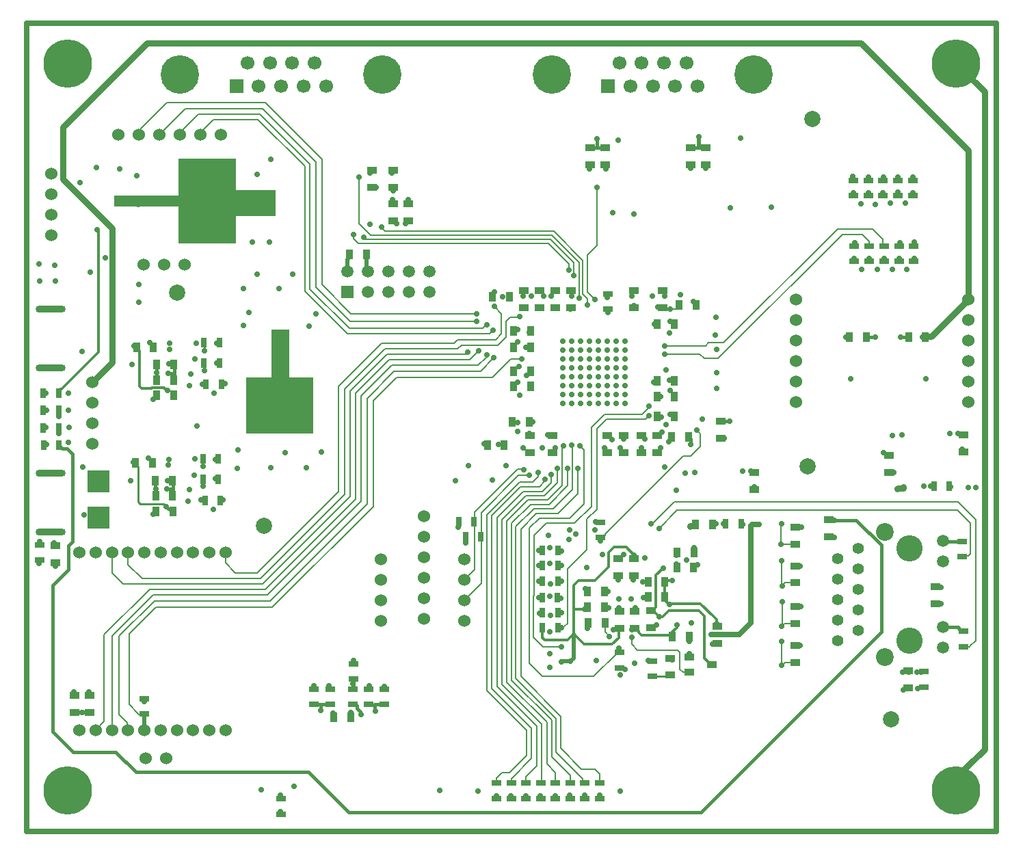
<source format=gbl>
G04*
G04 #@! TF.GenerationSoftware,Altium Limited,Altium Designer,18.1.7 (191)*
G04*
G04 Layer_Physical_Order=4*
G04 Layer_Color=16711680*
%FSLAX24Y24*%
%MOIN*%
G70*
G01*
G75*
%ADD13C,0.0100*%
%ADD17C,0.0200*%
%ADD18C,0.0080*%
%ADD23C,0.0150*%
%ADD25C,0.0250*%
%ADD27R,0.1102X0.1102*%
%ADD29R,0.0354X0.0472*%
%ADD30R,0.0276X0.0512*%
%ADD35R,0.0512X0.0276*%
%ADD42R,0.0472X0.0354*%
%ADD110C,0.0070*%
%ADD113C,0.0120*%
%ADD114C,0.0300*%
%ADD121C,0.0600*%
%ADD122C,0.0787*%
%ADD123O,0.1457X0.0354*%
%ADD124C,0.0669*%
%ADD125R,0.0669X0.0669*%
%ADD126C,0.1874*%
%ADD127R,0.0591X0.0591*%
%ADD128C,0.0591*%
%ADD129C,0.2362*%
%ADD130C,0.0866*%
%ADD131C,0.1280*%
%ADD132C,0.0551*%
%ADD133C,0.0280*%
%ADD134C,0.0500*%
%ADD160R,0.0492X0.0335*%
%ADD161R,0.2153X0.1312*%
%ADD162R,0.4235X0.0581*%
%ADD163R,0.2797X0.4129*%
%ADD164R,0.3266X0.2746*%
%ADD165R,0.0899X0.3490*%
D13*
X7020Y15551D02*
X7097D01*
X8565Y16780D02*
X8569Y16776D01*
X8565Y16780D02*
Y17131D01*
X8561Y17135D02*
X8565Y17131D01*
X8553Y17142D02*
X8561Y17135D01*
X8554Y18129D02*
X8565Y18118D01*
Y17751D02*
Y18118D01*
X5150Y17967D02*
X5181D01*
X5400Y17748D01*
Y16020D02*
Y17748D01*
Y16020D02*
X5506Y15915D01*
X6005D01*
X6017Y15927D01*
X6645D02*
X6770Y15802D01*
X6017Y15927D02*
X6645D01*
X8617Y23400D02*
Y23767D01*
X8606Y23778D02*
X8617Y23767D01*
X8613Y22433D02*
X8620Y22425D01*
X8613Y22433D02*
Y22784D01*
X8605Y22791D02*
X8613Y22784D01*
X31271Y7527D02*
X31321Y7577D01*
X30476Y7527D02*
X31271D01*
D17*
X5703Y4902D02*
Y5669D01*
X2287Y5761D02*
X3044D01*
X15893Y6914D02*
Y7385D01*
X15871Y6892D02*
X15893Y6914D01*
X32739Y33302D02*
X32745Y33308D01*
Y33824D01*
X26625Y8406D02*
Y9581D01*
X26465Y8246D02*
X26625Y8406D01*
X26030Y8235D02*
X26041Y8246D01*
X16541Y27391D02*
Y27954D01*
X15611Y27243D02*
Y27864D01*
X26041Y8246D02*
X26465D01*
D18*
X46220Y9269D02*
Y15170D01*
X45620Y8970D02*
X45928D01*
Y8977D02*
X46220Y9269D01*
X45928Y8970D02*
Y8977D01*
X41705Y28555D02*
Y28821D01*
Y28555D02*
X41760Y28500D01*
X41034D02*
Y28728D01*
X40712Y29050D02*
X41034Y28728D01*
X39714Y29050D02*
X40712D01*
X41192Y29334D02*
X41705Y28821D01*
X33680Y23016D02*
X39714Y29050D01*
X39490Y29334D02*
X41192D01*
X33940Y23784D02*
X39490Y29334D01*
X33198Y23784D02*
X33940D01*
X33054Y23639D02*
X33198Y23784D01*
X32986Y23016D02*
X33680D01*
X32768Y23233D02*
X32986Y23016D01*
X31080Y23233D02*
X32768D01*
X31068Y23639D02*
X33054D01*
X27294Y26258D02*
X27660Y25893D01*
X27294Y26258D02*
Y28071D01*
X27063Y26147D02*
Y27800D01*
Y26147D02*
X27299Y25911D01*
Y25635D02*
Y25911D01*
X27294Y28071D02*
X27748Y28524D01*
Y31350D01*
X26383Y27323D02*
Y27630D01*
X25402Y28611D02*
X26383Y27630D01*
X26633Y27056D02*
Y27685D01*
X25491Y28827D02*
X26633Y27685D01*
X26913Y25943D02*
Y27680D01*
X25572Y29022D02*
X26913Y27680D01*
X25651Y29213D02*
X27063Y27800D01*
X23954Y25020D02*
X23987Y25054D01*
X17419Y29213D02*
X25651D01*
X17254Y29378D02*
X17419Y29213D01*
X17254Y29378D02*
Y29439D01*
X16726Y29022D02*
X25572D01*
X16157Y29591D02*
X16726Y29022D01*
X16142Y28611D02*
X25402D01*
X15907Y28846D02*
X16142Y28611D01*
X16383Y28827D02*
X25491D01*
X16157Y29591D02*
Y31843D01*
X15907Y28846D02*
Y29061D01*
X23339Y24817D02*
X23542Y25020D01*
X23339Y24074D02*
Y24817D01*
X22932Y23668D02*
X23339Y24074D01*
X23542Y25020D02*
X23954D01*
X22759Y25550D02*
X23113Y25196D01*
Y24210D02*
Y25196D01*
X20789Y23756D02*
X20948Y23915D01*
X17255Y23756D02*
X20789D01*
X15153Y21654D02*
X17255Y23756D01*
X20948Y23915D02*
X22817D01*
X23113Y24210D01*
X21162Y23668D02*
X22932D01*
X20978Y23483D02*
X21162Y23668D01*
X17421Y23483D02*
X20978D01*
X21386Y23227D02*
X21471Y23312D01*
X17527Y23227D02*
X21386D01*
X22085Y22391D02*
X22745Y23050D01*
X15584Y24209D02*
X22517D01*
X22706Y24398D01*
X23715Y23650D02*
X23899Y23834D01*
X15720Y21420D02*
X17527Y23227D01*
X21980Y22391D02*
X22085D01*
X22660Y22094D02*
X23570Y23005D01*
X24098D01*
X17996Y22094D02*
X22660D01*
X15463Y21526D02*
X17421Y23483D01*
X16852Y20951D02*
X17996Y22094D01*
X15153Y16511D02*
Y21654D01*
X15463Y16383D02*
Y21526D01*
X16852Y15807D02*
Y20951D01*
X15720Y16276D02*
Y21420D01*
X11198Y12556D02*
X15153Y16511D01*
X10140Y12556D02*
X11198D01*
X9653Y13043D02*
X10140Y12556D01*
X9653Y13043D02*
Y13562D01*
X5435Y33942D02*
X5534Y34041D01*
Y34225D01*
X6806Y35498D02*
X11581D01*
X5534Y34225D02*
X6806Y35498D01*
X7435Y33942D02*
Y34016D01*
X8435Y33942D02*
Y34025D01*
X9071Y34661D01*
X11235D01*
X6435Y33942D02*
X7688Y35195D01*
X11456D01*
X7435Y34016D02*
X8342Y34923D01*
X11343D01*
X11235Y34661D02*
X13518Y32378D01*
X11581Y35498D02*
X14354Y32724D01*
X11456Y35195D02*
X14052Y32599D01*
X11343Y34923D02*
X13780Y32486D01*
X13518Y26276D02*
Y32378D01*
X14354Y26622D02*
Y32724D01*
X14052Y26497D02*
Y32599D01*
X13780Y26384D02*
Y32486D01*
X14354Y26622D02*
X15779Y25197D01*
X21887D01*
X14052Y26497D02*
X15725Y24824D01*
X21907D01*
X13780Y26384D02*
X15688Y24476D01*
X22203D01*
X22402Y24674D01*
X13518Y26276D02*
X15584Y24209D01*
X11470Y12027D02*
X15720Y16276D01*
X11364Y12283D02*
X15463Y16383D01*
X11939Y10894D02*
X16852Y15807D01*
X5603Y12283D02*
X11364D01*
X4913Y12974D02*
X5603Y12283D01*
X6263Y10894D02*
X11939D01*
X4954Y9586D02*
X6263Y10894D01*
X4954Y6150D02*
Y9586D01*
X4652Y12027D02*
X11470D01*
X4913Y12974D02*
Y13562D01*
X4123Y12556D02*
X4652Y12027D01*
X4123Y12556D02*
Y13562D01*
X4954Y6150D02*
X5435Y5669D01*
X5703D01*
X21800Y15061D02*
Y15523D01*
X23887Y17609D01*
X21800Y12729D02*
Y15061D01*
X21285Y12214D02*
X21800Y12729D01*
X22115Y15491D02*
X23932Y17309D01*
X22115Y12044D02*
Y15491D01*
X21285Y11214D02*
X22115Y12044D01*
X23932Y17309D02*
X24465D01*
X23887Y17609D02*
X24180D01*
X24183Y17606D01*
X24950Y16764D02*
X25238Y17052D01*
Y17142D01*
X23507Y2838D02*
X24329Y3660D01*
X23132Y2838D02*
X23507D01*
X22869Y2575D02*
X23132Y2838D01*
X27647Y2998D02*
X27891Y2754D01*
Y2317D02*
Y2754D01*
X27011Y2998D02*
X27647D01*
X25999Y4011D02*
X27011Y2998D01*
X25757Y3818D02*
X27047Y2528D01*
Y2415D02*
Y2528D01*
Y2415D02*
X27144Y2317D01*
X27174D01*
X25757Y3818D02*
Y5471D01*
X25552Y3585D02*
X26456Y2681D01*
Y2317D02*
Y2681D01*
X25552Y3585D02*
Y5386D01*
X25739Y2317D02*
Y2818D01*
X25315Y3243D02*
X25739Y2818D01*
X25315Y3243D02*
Y5288D01*
X25022Y2317D02*
X25078Y2374D01*
X24304Y2627D02*
X24843Y3166D01*
X24304Y2317D02*
Y2627D01*
X23590Y2528D02*
X24578Y3517D01*
X23590Y2320D02*
Y2528D01*
X23587Y2317D02*
X23590Y2320D01*
X22869Y2317D02*
Y2575D01*
X25999Y4011D02*
Y5571D01*
X24843Y3166D02*
Y5093D01*
X25078Y2374D02*
Y5190D01*
X24578Y3517D02*
Y4983D01*
X24329Y3660D02*
Y4880D01*
X23607Y7332D02*
X25552Y5386D01*
X23812Y7416D02*
X25757Y5471D01*
X24054Y7517D02*
X25999Y5571D01*
X22898Y7038D02*
X24843Y5093D01*
X23133Y7135D02*
X25078Y5190D01*
X22633Y6928D02*
X24578Y4983D01*
X22384Y6825D02*
X24329Y4880D01*
X23370Y7233D02*
X25315Y5288D01*
X22898Y7038D02*
Y15266D01*
X22384Y15393D02*
X23984Y16993D01*
X24637D01*
X24894Y17250D01*
Y17460D01*
X24044Y16764D02*
X24950D01*
X22633Y15353D02*
X24044Y16764D01*
X22633Y6928D02*
Y15353D01*
X24172Y16540D02*
X25101D01*
X22898Y15266D02*
X24172Y16540D01*
X25101D02*
X25529Y16969D01*
Y17354D01*
X24298Y16334D02*
X25195D01*
X23133Y15169D02*
X24298Y16334D01*
X23133Y7135D02*
Y15169D01*
X24395Y16118D02*
X25359D01*
X23370Y15093D02*
X24395Y16118D01*
X23370Y7233D02*
Y15093D01*
X24520Y15907D02*
X25419D01*
X23607Y14994D02*
X24520Y15907D01*
X23607Y7332D02*
Y14994D01*
X24683Y15691D02*
X25630D01*
X23812Y14820D02*
X24683Y15691D01*
X23812Y7416D02*
Y14820D01*
X24802Y15455D02*
X25854D01*
X24054Y14707D02*
X24802Y15455D01*
X24054Y7517D02*
Y14707D01*
X25195Y16334D02*
X25827Y16965D01*
X25359Y16118D02*
X26078Y16837D01*
X25419Y15907D02*
X26328Y16816D01*
X25630Y15691D02*
X26578Y16639D01*
X25854Y15455D02*
X26828Y16429D01*
X25827Y16965D02*
Y17651D01*
X26078Y16837D02*
Y18692D01*
X26328Y16816D02*
Y17648D01*
X26578Y16639D02*
Y18742D01*
X26828Y16429D02*
Y17660D01*
X22384Y6825D02*
Y15393D01*
X26921Y18753D02*
X27121Y18553D01*
Y15931D02*
Y18553D01*
X26430Y15239D02*
X27121Y15931D01*
X26535Y18784D02*
X26578Y18742D01*
X26078Y18692D02*
X26142Y18756D01*
X25588Y18499D02*
X25738Y18649D01*
X23695Y22456D02*
X23908Y22670D01*
X23695Y22398D02*
X23715D01*
X23948Y22631D01*
X6246Y16319D02*
X6252Y16313D01*
X6298Y21968D02*
X6304Y21962D01*
X45337Y15609D02*
X45964Y14983D01*
Y13477D02*
Y14983D01*
X45873Y13387D02*
X45964Y13477D01*
X45350Y16041D02*
X46220Y15170D01*
X32784Y18726D02*
Y19364D01*
X32643Y19505D02*
X32784Y19364D01*
X32643Y19505D02*
Y19511D01*
X45587Y13387D02*
X45873D01*
X45560Y13360D02*
X45587Y13387D01*
X31663Y15609D02*
X45337D01*
X31528Y16041D02*
X45350D01*
X30791Y14737D02*
X31663Y15609D01*
X30516Y15030D02*
X31528Y16041D01*
X30511Y15030D02*
X30516D01*
X30437Y14956D02*
X30511Y15030D01*
X30383Y14956D02*
X30437D01*
X32321Y18263D02*
X32784Y18726D01*
X31967Y18263D02*
X32321D01*
X28153Y14449D02*
X31967Y18263D01*
X27493Y19649D02*
X28123Y20279D01*
X27493Y15803D02*
Y19649D01*
X26672Y14982D02*
X27493Y15803D01*
X28123Y20279D02*
X29966D01*
X27280Y13706D02*
Y15206D01*
X26320Y12745D02*
X27280Y13706D01*
X26320Y10093D02*
Y12745D01*
X27280Y15206D02*
X27750Y15675D01*
X25121Y8964D02*
X26036D01*
X24671Y9414D02*
X25121Y8964D01*
X24671Y9414D02*
Y11464D01*
X24681Y11473D02*
Y14380D01*
X24671Y11464D02*
X24681Y11473D01*
X25283Y14982D02*
X26672D01*
X24681Y14380D02*
X25283Y14982D01*
X24469Y14756D02*
X24953Y15239D01*
X24469Y8159D02*
Y14756D01*
Y8159D02*
X25096Y7532D01*
X24953Y15239D02*
X26430D01*
X27750Y15675D02*
Y19584D01*
X28220Y20055D01*
X29966Y20279D02*
X30309Y20621D01*
Y20676D01*
X28220Y20055D02*
X30136D01*
X30293Y20213D01*
X27937Y14291D02*
X28056D01*
X28153Y14389D02*
Y14449D01*
X28056Y14291D02*
X28153Y14389D01*
X26179Y9952D02*
X26320Y10093D01*
X26097Y9880D02*
X26168Y9952D01*
X26179D01*
X26043Y9880D02*
X26097D01*
X25096Y7532D02*
X27611D01*
X24163Y18649D02*
X24347Y18465D01*
X28839Y8883D02*
X28942Y8781D01*
X31958Y7713D02*
X32270D01*
X31802Y7869D02*
X31958Y7713D01*
X31802Y7869D02*
Y8699D01*
X27611Y7532D02*
X28752Y8673D01*
X28736Y8690D02*
X28752Y8673D01*
X28736Y8690D02*
X28851D01*
X31317Y21470D02*
X31356Y21432D01*
Y21373D02*
Y21432D01*
Y21373D02*
X31441Y21288D01*
X31599D01*
X28123Y18646D02*
X28242D01*
X29914Y18408D02*
Y18645D01*
X36786Y11920D02*
X36946Y12080D01*
X37414D01*
X36765Y9951D02*
X36768D01*
X36912Y10095D01*
X37414D01*
X36773Y8063D02*
X36916Y8206D01*
X36759Y8049D02*
X36773Y8063D01*
X36916Y8206D02*
X37414D01*
X36773Y8063D02*
Y9222D01*
X36765Y9951D02*
X36786Y9972D01*
Y11172D01*
X36759Y11946D02*
X36786Y11920D01*
X36759Y11946D02*
Y13146D01*
X36742Y14912D02*
X36773Y14943D01*
X36742Y13948D02*
Y14912D01*
Y13948D02*
X36769Y13975D01*
X37414D01*
X23895Y19901D02*
X23899Y19897D01*
X23523Y19901D02*
X23895D01*
X28242Y18646D02*
X28268Y18620D01*
X31335Y25417D02*
X31547D01*
X31562Y25432D01*
X31621D01*
X31758Y25569D01*
Y25628D01*
X24347Y18385D02*
Y18465D01*
X23616Y24425D02*
X23899D01*
X24163Y26067D02*
X24178Y26082D01*
X25541Y26067D02*
X25713Y26239D01*
X23715Y21682D02*
X23899Y21866D01*
X28887Y18649D02*
X29038Y18498D01*
Y18278D02*
Y18498D01*
X28859Y13253D02*
X29076Y13471D01*
X29454Y9204D02*
Y9433D01*
X29734Y8808D02*
X31693D01*
X29454Y9088D02*
X29734Y8808D01*
X29454Y9088D02*
Y9433D01*
X31693Y8808D02*
X31802Y8699D01*
X28781Y13253D02*
X28859D01*
X28154Y9680D02*
X28376Y9458D01*
X28154Y9680D02*
Y10110D01*
X28851Y8690D02*
X28942Y8781D01*
D23*
X32814Y898D02*
X40847Y8931D01*
X15657Y898D02*
X32814Y898D01*
X5287Y2854D02*
X13701D01*
X4309Y3832D02*
X5287Y2854D01*
X2243Y3832D02*
X4309Y3832D01*
X1540Y18806D02*
X1711Y18636D01*
X2203Y14106D02*
Y18353D01*
X1920Y18636D02*
X2203Y18353D01*
X1711Y18636D02*
X1920D01*
X1995Y13898D02*
X2203Y14106D01*
X1995Y12726D02*
Y13898D01*
X1243Y11973D02*
X1995Y12726D01*
X1243Y4832D02*
Y11973D01*
Y4832D02*
X2243Y3832D01*
X13701Y2854D02*
X15657Y898D01*
X40847Y8931D02*
X41619Y9703D01*
Y13918D01*
X40406Y15131D02*
X41619Y13918D01*
X39317Y15131D02*
X40406D01*
X14310Y6144D02*
X14759D01*
X13967D02*
X14310D01*
Y5860D02*
Y6144D01*
X16926D02*
X17383D01*
X16926Y5947D02*
Y6144D01*
Y5947D02*
X16926Y5947D01*
Y5885D02*
Y5947D01*
X16237Y5688D02*
Y5778D01*
X16052Y5963D02*
X16237Y5778D01*
X16052Y5963D02*
Y6081D01*
X15989Y6144D02*
X16052Y6081D01*
X15871Y6144D02*
X15989D01*
X6770Y15802D02*
X7020Y15551D01*
X42563Y24052D02*
X42931D01*
X42938Y24058D01*
X32739Y33302D02*
X33078D01*
X33080Y33299D01*
X32331Y33302D02*
X32739D01*
X27780Y33299D02*
X28175D01*
X27422D02*
X27780D01*
Y33706D01*
X27776Y33709D02*
X27780Y33706D01*
X42938Y24058D02*
X42949Y24047D01*
X40891Y24046D02*
X41328D01*
X40889Y24047D02*
X40891Y24046D01*
X34204Y19955D02*
X34213Y19964D01*
X33819Y19955D02*
X34204D01*
X33809Y19946D02*
X33819Y19955D01*
X32317Y18856D02*
X32342Y18831D01*
X32317Y18856D02*
Y19106D01*
X32229Y19194D02*
X32317Y19106D01*
X6795Y16647D02*
X7099D01*
X7108Y16656D01*
Y16276D02*
Y16656D01*
Y17036D01*
X6246Y16319D02*
Y17066D01*
X6298Y21968D02*
Y22715D01*
X15611Y27864D02*
X15708Y27961D01*
X7160Y22305D02*
Y22685D01*
Y21925D02*
Y22305D01*
X7151Y22296D02*
X7160Y22305D01*
X6847Y22296D02*
X7151D01*
X45502Y9718D02*
X45620D01*
X45439Y9781D02*
X45502Y9718D01*
X45439Y9781D02*
Y9823D01*
X45351Y9911D02*
X45439Y9823D01*
X44620Y9911D02*
X45351D01*
X44620Y14132D02*
X44644Y14108D01*
X45560D01*
D25*
X35315Y14909D02*
X35660D01*
X35252Y10128D02*
Y14800D01*
Y14846D02*
X35315Y14909D01*
X35252Y14800D02*
X35332Y14880D01*
Y14888D01*
X33324Y9575D02*
X34110D01*
X34694Y9570D02*
X35252Y10128D01*
X34106Y9570D02*
X34694D01*
X42923Y7782D02*
X42970Y7735D01*
X43548D02*
X43565Y7753D01*
X43683D01*
X-24Y-25D02*
X47219D01*
Y39367D01*
X-24D02*
X47219D01*
X-24D02*
X-24Y-25D01*
D27*
X3480Y17041D02*
D03*
Y15269D02*
D03*
D29*
X32585Y25628D02*
D03*
X31758D02*
D03*
X23494Y26028D02*
D03*
X22667D02*
D03*
X16535Y28106D02*
D03*
X15708D02*
D03*
X7131Y21962D02*
D03*
X6304D02*
D03*
X6298Y22715D02*
D03*
X7125D02*
D03*
X6252Y16313D02*
D03*
X7079D02*
D03*
X15763Y5513D02*
D03*
X14936D02*
D03*
X7073Y17066D02*
D03*
X6246D02*
D03*
X42949Y24047D02*
D03*
X43776D02*
D03*
X40889Y24047D02*
D03*
X40062D02*
D03*
X6094Y17923D02*
D03*
X5267D02*
D03*
X7127Y21209D02*
D03*
X6300D02*
D03*
X31522Y24693D02*
D03*
X30695D02*
D03*
X23695Y21658D02*
D03*
X24522D02*
D03*
X23695Y22398D02*
D03*
X24522D02*
D03*
X23695Y23568D02*
D03*
X24522D02*
D03*
X23695Y24350D02*
D03*
X24522D02*
D03*
X31074Y11390D02*
D03*
X30247D02*
D03*
X31074Y12140D02*
D03*
X30247D02*
D03*
X31647Y12810D02*
D03*
X32474D02*
D03*
X31657Y13570D02*
D03*
X32484D02*
D03*
X27309Y10881D02*
D03*
X28136D02*
D03*
X31420Y9466D02*
D03*
X32247D02*
D03*
X23642Y19915D02*
D03*
X24469D02*
D03*
X23242Y18808D02*
D03*
X22415D02*
D03*
X31522Y21148D02*
D03*
X30695D02*
D03*
X31522Y20183D02*
D03*
X30695D02*
D03*
Y21918D02*
D03*
X31522D02*
D03*
X31402Y19194D02*
D03*
X32229D02*
D03*
X32578Y14938D02*
D03*
X33405D02*
D03*
X5319Y23572D02*
D03*
X6146D02*
D03*
X7097Y15551D02*
D03*
X6270D02*
D03*
X27327Y10110D02*
D03*
X28154D02*
D03*
X28114Y11660D02*
D03*
X27287D02*
D03*
D30*
X22110Y14315D02*
D03*
X21362D02*
D03*
X8561Y17135D02*
D03*
X9309D02*
D03*
X21024Y15055D02*
D03*
X21772D02*
D03*
X9408Y16107D02*
D03*
X8660D02*
D03*
X8554Y18129D02*
D03*
X9302D02*
D03*
X1540Y18806D02*
D03*
X792D02*
D03*
X8712Y21756D02*
D03*
X9460D02*
D03*
X9353Y22791D02*
D03*
X8605D02*
D03*
X9354Y23778D02*
D03*
X8606D02*
D03*
X25861Y9890D02*
D03*
X25113D02*
D03*
X25111Y10620D02*
D03*
X25859D02*
D03*
X25093Y11360D02*
D03*
X25841D02*
D03*
X25112Y12175D02*
D03*
X25860D02*
D03*
X25102Y12923D02*
D03*
X25850D02*
D03*
X25102Y13673D02*
D03*
X25850D02*
D03*
X34041Y14953D02*
D03*
X34789D02*
D03*
X44194Y16778D02*
D03*
X44942D02*
D03*
X767Y19641D02*
D03*
X1515D02*
D03*
X772Y20486D02*
D03*
X1520D02*
D03*
X772Y21325D02*
D03*
X1520D02*
D03*
D35*
X606Y13939D02*
D03*
Y13191D02*
D03*
X40309Y27752D02*
D03*
Y28500D02*
D03*
X41711Y30944D02*
D03*
Y31692D02*
D03*
X13967Y6892D02*
D03*
Y6144D02*
D03*
X14759Y6892D02*
D03*
Y6144D02*
D03*
X15871D02*
D03*
Y6892D02*
D03*
X15893Y7385D02*
D03*
Y8133D02*
D03*
X17383Y6892D02*
D03*
Y6144D02*
D03*
X22869Y1569D02*
D03*
Y2317D02*
D03*
X24304Y1569D02*
D03*
Y2317D02*
D03*
X16627Y6144D02*
D03*
Y6892D02*
D03*
X5707Y6434D02*
D03*
Y5686D02*
D03*
X12354Y1555D02*
D03*
Y807D02*
D03*
X40985Y31692D02*
D03*
Y30944D02*
D03*
X40260Y31692D02*
D03*
Y30944D02*
D03*
X43211Y27752D02*
D03*
Y28500D02*
D03*
X42485Y27752D02*
D03*
Y28500D02*
D03*
X41760D02*
D03*
Y27752D02*
D03*
X41034Y28500D02*
D03*
Y27752D02*
D03*
X23587Y2317D02*
D03*
Y1569D02*
D03*
X27891Y2317D02*
D03*
Y1569D02*
D03*
X27174D02*
D03*
Y2317D02*
D03*
X26456Y1569D02*
D03*
Y2317D02*
D03*
X25739Y1569D02*
D03*
Y2317D02*
D03*
X25022Y1569D02*
D03*
Y2317D02*
D03*
X28306Y26172D02*
D03*
Y25424D02*
D03*
X43683Y7005D02*
D03*
Y7753D02*
D03*
X42437Y31692D02*
D03*
Y30944D02*
D03*
X43162Y31692D02*
D03*
Y30944D02*
D03*
X27937Y14291D02*
D03*
Y15039D02*
D03*
X28851Y7942D02*
D03*
Y8690D02*
D03*
X30476Y8275D02*
D03*
Y7527D02*
D03*
X45560Y13360D02*
D03*
Y14108D02*
D03*
X45620Y8970D02*
D03*
Y9718D02*
D03*
D42*
X2287Y5761D02*
D03*
Y6588D02*
D03*
X17828Y32188D02*
D03*
Y31361D02*
D03*
X32331Y32475D02*
D03*
Y33302D02*
D03*
X28175Y33299D02*
D03*
Y32472D02*
D03*
X27422D02*
D03*
Y33299D02*
D03*
X33809Y19946D02*
D03*
Y19119D02*
D03*
X29068Y18417D02*
D03*
Y19243D02*
D03*
X24948Y26327D02*
D03*
Y25500D02*
D03*
X24187Y26327D02*
D03*
Y25500D02*
D03*
X26488Y26327D02*
D03*
Y25500D02*
D03*
X3044Y6588D02*
D03*
Y5761D02*
D03*
X18562Y29738D02*
D03*
Y30565D02*
D03*
X17824Y29738D02*
D03*
Y30565D02*
D03*
X1368Y13060D02*
D03*
Y13887D02*
D03*
X29561Y13253D02*
D03*
Y12427D02*
D03*
X30411Y10733D02*
D03*
Y9907D02*
D03*
X28851Y9857D02*
D03*
Y10683D02*
D03*
X25588Y18417D02*
D03*
Y19243D02*
D03*
X37414Y14802D02*
D03*
Y13975D02*
D03*
Y10922D02*
D03*
Y10095D02*
D03*
Y9033D02*
D03*
Y8206D02*
D03*
X44280Y11887D02*
D03*
Y11060D02*
D03*
X42008Y18287D02*
D03*
Y17461D02*
D03*
X35441Y16629D02*
D03*
Y17456D02*
D03*
X45618Y18455D02*
D03*
Y19282D02*
D03*
X42923Y7782D02*
D03*
Y6956D02*
D03*
X16786Y32188D02*
D03*
Y31361D02*
D03*
X33080Y32472D02*
D03*
Y33299D02*
D03*
X28268Y19243D02*
D03*
Y18417D02*
D03*
X29548Y25500D02*
D03*
Y26327D02*
D03*
X29918Y19243D02*
D03*
Y18417D02*
D03*
X24501Y19243D02*
D03*
Y18417D02*
D03*
X25718Y25500D02*
D03*
Y26327D02*
D03*
X30707Y19243D02*
D03*
Y18417D02*
D03*
X30973Y25500D02*
D03*
Y26327D02*
D03*
X28781Y12427D02*
D03*
Y13253D02*
D03*
X33641Y9120D02*
D03*
Y9947D02*
D03*
X29611Y10683D02*
D03*
Y9857D02*
D03*
X31321Y7577D02*
D03*
Y8403D02*
D03*
X39070Y14330D02*
D03*
Y15157D02*
D03*
X37414Y12080D02*
D03*
Y12907D02*
D03*
D110*
X22354Y23157D02*
X22394Y23197D01*
X21567Y22959D02*
X21990Y23382D01*
X17638Y22959D02*
X21567D01*
X21980Y22696D02*
X22354Y23070D01*
Y23157D01*
X17873Y22391D02*
X21980D01*
X17747Y22696D02*
X21980D01*
X16556Y21073D02*
X17873Y22391D01*
X16250Y21200D02*
X17747Y22696D01*
X15987Y21309D02*
X17638Y22959D01*
X16556Y15930D02*
Y21073D01*
X16250Y16056D02*
Y21200D01*
X15987Y16165D02*
Y21309D01*
X11817Y11191D02*
X16556Y15930D01*
X11690Y11496D02*
X16250Y16056D01*
X11581Y11759D02*
X15987Y16165D01*
X6181Y11191D02*
X11817D01*
X4466Y9476D02*
X6181Y11191D01*
X6129Y11496D02*
X11690D01*
X4123Y9490D02*
X6129Y11496D01*
X4123Y4902D02*
Y9490D01*
X4466Y5672D02*
Y9476D01*
X5954Y11759D02*
X11581D01*
X3745Y9550D02*
X5954Y11759D01*
X3745Y5314D02*
Y9550D01*
X4466Y5672D02*
X4873Y5265D01*
Y4941D02*
Y5265D01*
Y4941D02*
X4913Y4902D01*
X3333D02*
X3745Y5314D01*
D113*
X6069Y21576D02*
X6653D01*
X6779Y21450D01*
X6822D01*
X6057Y21564D02*
X6069Y21576D01*
X5557Y21564D02*
X6057D01*
X5452Y21669D02*
X5557Y21564D01*
X3457Y23320D02*
Y29227D01*
X1663Y21526D02*
X3457Y23320D01*
X1622Y21526D02*
X1663D01*
X1658Y21521D02*
X1663Y21526D01*
X1628Y21521D02*
X1658D01*
X1597D02*
X1628D01*
X1622Y21526D02*
X1628Y21521D01*
X1520Y21443D02*
X1597Y21521D01*
X1520Y21325D02*
Y21443D01*
X5452Y21669D02*
Y23397D01*
X5233Y23616D02*
X5452Y23397D01*
X5202Y23616D02*
X5233D01*
X3394Y29290D02*
X3457Y29227D01*
X32813Y11072D02*
X33473Y10412D01*
X33606Y10279D01*
Y10077D02*
Y10279D01*
X30620Y12443D02*
X30985Y12808D01*
X30986D01*
X31306Y11072D02*
X32813D01*
X31074Y12140D02*
X31117Y12183D01*
X31446D01*
X31074Y11218D02*
Y11390D01*
Y12140D01*
Y11218D02*
X31220Y11072D01*
X26332Y9288D02*
X26625Y9581D01*
X28339Y12865D02*
Y13573D01*
X27655Y12181D02*
X28339Y12865D01*
Y13573D02*
X28586Y13820D01*
X29195D02*
X29576Y13439D01*
X28586Y13820D02*
X29195D01*
X25225Y9288D02*
X26332D01*
X25113Y9401D02*
X25225Y9288D01*
X25113Y9401D02*
Y9890D01*
X28825Y9400D02*
Y9831D01*
X28501Y9076D02*
X28825Y9400D01*
X27131Y9076D02*
X28501D01*
X26625Y9581D02*
X27131Y9076D01*
X26625Y9581D02*
Y10781D01*
Y11945D01*
Y10781D02*
X26720D01*
X26724Y10776D01*
X27159D01*
X26861Y12181D02*
X27655D01*
X26625Y11945D02*
X26861Y12181D01*
X28825Y9831D02*
X28851Y9857D01*
X30500Y10733D02*
X30805Y10428D01*
X30453Y10733D02*
X30500D01*
X30805Y10428D02*
X30965D01*
X31665Y9908D02*
Y10009D01*
X31439Y9682D02*
X31665Y9908D01*
X31283Y9526D02*
X31439Y9682D01*
Y9484D02*
Y9682D01*
X31420Y9466D02*
X31439Y9484D01*
X29941Y9526D02*
X31283D01*
X31665Y10009D02*
X31724D01*
X32986Y8406D02*
Y10474D01*
X32718Y10742D02*
X32986Y10474D01*
X31279Y10742D02*
X32718D01*
X30965Y10428D02*
X31279Y10742D01*
X30411Y10733D02*
X30453D01*
X32986Y8406D02*
X33182Y8210D01*
Y8194D02*
Y8210D01*
Y8194D02*
X33289Y8087D01*
X33368D01*
X30620Y10901D02*
Y12443D01*
X30453Y10733D02*
X30620Y10901D01*
X29611Y9857D02*
X29682Y9786D01*
X29807Y9660D02*
X29941Y9526D01*
X29807Y9660D02*
Y9720D01*
X29741Y9786D02*
X29807Y9720D01*
X29682Y9786D02*
X29741D01*
D114*
X43776Y24106D02*
X44072D01*
X45868Y25902D01*
X45806Y3118D02*
X46658Y3970D01*
X45806Y3117D02*
Y3118D01*
X46658Y3970D02*
Y36019D01*
X45276Y37402D02*
X46658Y36019D01*
X45276Y2586D02*
X45806Y3117D01*
X45276Y1969D02*
Y2586D01*
X40643Y38398D02*
X45868Y33173D01*
X5846Y38398D02*
X40643D01*
X1735Y34288D02*
X5846Y38398D01*
X1735Y31775D02*
Y34288D01*
Y31775D02*
X4143Y29368D01*
Y22840D02*
Y29368D01*
X3173Y21871D02*
X4143Y22840D01*
X45868Y25902D02*
Y33173D01*
X32310Y14852D02*
X32551D01*
X32293Y14835D02*
X32310Y14852D01*
X32551D02*
X32578Y14879D01*
Y14938D01*
X16611Y27243D02*
Y27321D01*
X16541Y27391D02*
X16611Y27321D01*
X42685Y16704D02*
Y16763D01*
X42658Y16677D02*
X42685Y16704D01*
X42417Y16677D02*
X42658D01*
X42400Y16660D02*
X42417Y16677D01*
D121*
X37450Y25902D02*
D03*
Y24902D02*
D03*
Y23902D02*
D03*
Y22902D02*
D03*
Y21902D02*
D03*
Y20902D02*
D03*
X3173Y18871D02*
D03*
Y19871D02*
D03*
Y20871D02*
D03*
Y21871D02*
D03*
X45868Y25902D02*
D03*
Y24902D02*
D03*
Y23902D02*
D03*
Y22902D02*
D03*
Y21902D02*
D03*
Y20902D02*
D03*
X4435Y33942D02*
D03*
X5435D02*
D03*
X6435D02*
D03*
X7435D02*
D03*
X8435D02*
D03*
X9435D02*
D03*
X1180Y29030D02*
D03*
Y30030D02*
D03*
Y31030D02*
D03*
Y32030D02*
D03*
X21285Y13214D02*
D03*
Y12214D02*
D03*
Y11214D02*
D03*
Y10214D02*
D03*
X5748Y3532D02*
D03*
X6748D02*
D03*
X19317Y15314D02*
D03*
Y14314D02*
D03*
Y13314D02*
D03*
Y12314D02*
D03*
Y11314D02*
D03*
Y10314D02*
D03*
X17241Y10214D02*
D03*
Y11214D02*
D03*
Y12214D02*
D03*
Y13214D02*
D03*
X6650Y27602D02*
D03*
X5650D02*
D03*
X7650D02*
D03*
X2543Y4902D02*
D03*
X3333D02*
D03*
X4123D02*
D03*
X4913D02*
D03*
X5703D02*
D03*
X6493D02*
D03*
X7283D02*
D03*
X8073D02*
D03*
X8863D02*
D03*
X9653D02*
D03*
Y13562D02*
D03*
X8863D02*
D03*
X8073D02*
D03*
X7283D02*
D03*
X6493D02*
D03*
X5703D02*
D03*
X4913D02*
D03*
X4123D02*
D03*
X3333D02*
D03*
X2543D02*
D03*
D122*
X38025Y17748D02*
D03*
X11531Y14854D02*
D03*
X42107Y5428D02*
D03*
X38261Y34677D02*
D03*
X7312Y26228D02*
D03*
D123*
X1125Y14563D02*
D03*
Y17437D02*
D03*
X1125Y25437D02*
D03*
Y22563D02*
D03*
D124*
X32667Y36307D02*
D03*
X32122Y37425D02*
D03*
X31577Y36307D02*
D03*
X31031Y37425D02*
D03*
X30486Y36307D02*
D03*
X29941Y37425D02*
D03*
X29396Y36307D02*
D03*
X28850Y37425D02*
D03*
X14547Y36307D02*
D03*
X14002Y37425D02*
D03*
X13456Y36307D02*
D03*
X12911Y37425D02*
D03*
X12366Y36307D02*
D03*
X11820Y37425D02*
D03*
X11275Y36307D02*
D03*
X10730Y37425D02*
D03*
D125*
X28305Y36307D02*
D03*
X10185D02*
D03*
D126*
X25567Y36866D02*
D03*
X35406D02*
D03*
X7446D02*
D03*
X17285D02*
D03*
D127*
X15611Y26243D02*
D03*
D128*
Y27243D02*
D03*
X16611Y26243D02*
D03*
Y27243D02*
D03*
X17611Y26243D02*
D03*
Y27243D02*
D03*
X18611Y26243D02*
D03*
Y27243D02*
D03*
X19611Y26243D02*
D03*
Y27243D02*
D03*
X44620Y14132D02*
D03*
Y13132D02*
D03*
Y9911D02*
D03*
Y8911D02*
D03*
D129*
X45276Y37402D02*
D03*
X1969D02*
D03*
Y1969D02*
D03*
X45276D02*
D03*
D130*
X41788Y8473D02*
D03*
Y14571D02*
D03*
D131*
X42989Y9272D02*
D03*
Y13772D02*
D03*
D132*
X40489D02*
D03*
Y12772D02*
D03*
Y11772D02*
D03*
Y10772D02*
D03*
Y9772D02*
D03*
X39488Y13272D02*
D03*
Y12272D02*
D03*
Y11272D02*
D03*
Y10272D02*
D03*
Y9272D02*
D03*
D133*
X29124Y23874D02*
D03*
Y23007D02*
D03*
Y22141D02*
D03*
Y21275D02*
D03*
Y20842D02*
D03*
X28691Y23874D02*
D03*
Y23441D02*
D03*
Y23007D02*
D03*
Y22574D02*
D03*
Y22141D02*
D03*
Y21708D02*
D03*
Y21275D02*
D03*
Y20842D02*
D03*
X28258Y23874D02*
D03*
Y23441D02*
D03*
Y23007D02*
D03*
Y22574D02*
D03*
Y22141D02*
D03*
Y21708D02*
D03*
Y21275D02*
D03*
Y20842D02*
D03*
X27824Y23874D02*
D03*
Y23441D02*
D03*
Y23007D02*
D03*
Y22574D02*
D03*
Y22141D02*
D03*
Y21708D02*
D03*
Y21275D02*
D03*
Y20842D02*
D03*
X27391Y23874D02*
D03*
Y23441D02*
D03*
Y23007D02*
D03*
Y22574D02*
D03*
Y22141D02*
D03*
Y21708D02*
D03*
Y21275D02*
D03*
Y20842D02*
D03*
X26958Y23874D02*
D03*
Y23441D02*
D03*
Y23007D02*
D03*
Y22574D02*
D03*
Y22141D02*
D03*
Y21708D02*
D03*
Y21275D02*
D03*
Y20842D02*
D03*
X26525Y23874D02*
D03*
Y23441D02*
D03*
Y23007D02*
D03*
Y22574D02*
D03*
Y22141D02*
D03*
Y21708D02*
D03*
Y21275D02*
D03*
Y20842D02*
D03*
X26092Y23874D02*
D03*
Y23441D02*
D03*
Y23007D02*
D03*
Y22574D02*
D03*
Y22141D02*
D03*
Y21708D02*
D03*
Y21275D02*
D03*
Y20842D02*
D03*
X29124Y21708D02*
D03*
Y22574D02*
D03*
Y23441D02*
D03*
X16991Y31364D02*
D03*
X17827Y31202D02*
D03*
X18427Y29584D02*
D03*
X11383Y1994D02*
D03*
X5694Y6301D02*
D03*
X6887Y22743D02*
D03*
X6820Y17054D02*
D03*
X2000Y18931D02*
D03*
X8279Y19734D02*
D03*
X9545Y16117D02*
D03*
X7962Y22271D02*
D03*
X42805Y30597D02*
D03*
X41332Y30526D02*
D03*
X42060Y30589D02*
D03*
X42869Y27370D02*
D03*
X42172Y27354D02*
D03*
X41441Y27348D02*
D03*
X40654Y27354D02*
D03*
X3000Y6759D02*
D03*
X2679Y5765D02*
D03*
X12328Y923D02*
D03*
X25731Y1702D02*
D03*
X28896Y1935D02*
D03*
X21948D02*
D03*
X20113Y1964D02*
D03*
X2268Y6754D02*
D03*
X2772Y15378D02*
D03*
X2682Y17718D02*
D03*
X46244Y16732D02*
D03*
X1378Y12888D02*
D03*
X580Y13009D02*
D03*
X1306Y14039D02*
D03*
X609Y14077D02*
D03*
X31080Y23233D02*
D03*
X31068Y23639D02*
D03*
X40304Y27887D02*
D03*
X32466Y25794D02*
D03*
X43236Y28677D02*
D03*
X42523Y28643D02*
D03*
X40329Y28657D02*
D03*
X43159Y31854D02*
D03*
X42444Y31870D02*
D03*
X41724D02*
D03*
X40998Y31860D02*
D03*
X40227Y31876D02*
D03*
X40269Y31093D02*
D03*
X29548Y25597D02*
D03*
X28280Y25989D02*
D03*
X40631Y30570D02*
D03*
X43165Y31107D02*
D03*
X42425Y31115D02*
D03*
X41713Y31107D02*
D03*
X40981D02*
D03*
X43230Y27907D02*
D03*
X42507Y27893D02*
D03*
X41750D02*
D03*
X41027Y27879D02*
D03*
X39887Y24071D02*
D03*
X43791Y22011D02*
D03*
X40118Y22018D02*
D03*
X27660Y25893D02*
D03*
X27748Y31350D02*
D03*
X26383Y27323D02*
D03*
X26633Y27056D02*
D03*
X26913Y25943D02*
D03*
X27299Y25635D02*
D03*
X22776Y26252D02*
D03*
X23987Y25054D02*
D03*
X16411Y28920D02*
D03*
X16157Y31843D02*
D03*
X17254Y29439D02*
D03*
X15907Y29061D02*
D03*
X16694Y29564D02*
D03*
X22759Y25550D02*
D03*
X21471Y23312D02*
D03*
X22394Y23197D02*
D03*
X22745Y23050D02*
D03*
X21990Y23382D02*
D03*
X23899Y23834D02*
D03*
X24098Y23005D02*
D03*
X12981Y2167D02*
D03*
X12315Y1740D02*
D03*
X22706Y24398D02*
D03*
X22402Y24674D02*
D03*
X21907Y24824D02*
D03*
X21887Y25197D02*
D03*
X21367Y14041D02*
D03*
X20997Y14797D02*
D03*
X22247Y18855D02*
D03*
X22961Y18819D02*
D03*
X24183Y17606D02*
D03*
X24465Y17309D02*
D03*
X25238Y17142D02*
D03*
X23180Y26036D02*
D03*
X16647Y7066D02*
D03*
X15902Y8279D02*
D03*
X15876Y7157D02*
D03*
X14690Y7052D02*
D03*
X13965Y7047D02*
D03*
X14301Y5850D02*
D03*
X16951Y5830D02*
D03*
X16261Y5658D02*
D03*
X14898Y5739D02*
D03*
X15780Y5745D02*
D03*
X17381Y7036D02*
D03*
X27888Y1712D02*
D03*
X27169Y1726D02*
D03*
X26427Y1729D02*
D03*
X25006Y1707D02*
D03*
X24296Y1690D02*
D03*
X23576Y1701D02*
D03*
X22863Y1698D02*
D03*
X25529Y17354D02*
D03*
X24894Y17460D02*
D03*
X26828Y17660D02*
D03*
X25827Y17651D02*
D03*
X26328Y17648D02*
D03*
X26142Y18756D02*
D03*
X25738Y18649D02*
D03*
X26535Y18784D02*
D03*
X6128Y15427D02*
D03*
X42563Y24052D02*
D03*
X36255Y30383D02*
D03*
X34250Y30343D02*
D03*
X34756Y33757D02*
D03*
X32745Y33824D02*
D03*
X33080Y32287D02*
D03*
X32315D02*
D03*
X28528Y30113D02*
D03*
X29570Y30069D02*
D03*
X28783Y33643D02*
D03*
X27776Y33709D02*
D03*
X28209Y32255D02*
D03*
X27413Y32271D02*
D03*
X16702Y32049D02*
D03*
X17754Y32055D02*
D03*
X17998Y29594D02*
D03*
X18553Y30756D02*
D03*
X17806Y30753D02*
D03*
X43625Y24066D02*
D03*
X41328Y24046D02*
D03*
X23948Y22631D02*
D03*
X24471Y19356D02*
D03*
X34232Y19964D02*
D03*
X33970Y19117D02*
D03*
X32913Y20066D02*
D03*
X3830Y17310D02*
D03*
X3510Y16698D02*
D03*
X3816Y16909D02*
D03*
X3050Y14957D02*
D03*
X3868Y15646D02*
D03*
X8163Y18113D02*
D03*
X9054Y15674D02*
D03*
X8477Y16109D02*
D03*
X8128Y17337D02*
D03*
X9164Y17157D02*
D03*
X6795Y16647D02*
D03*
X8569Y16776D02*
D03*
X7843Y16058D02*
D03*
X6891Y18107D02*
D03*
X6868Y17825D02*
D03*
X5041Y17072D02*
D03*
X7910Y16622D02*
D03*
X8565Y17751D02*
D03*
X9162Y18107D02*
D03*
X6770Y15802D02*
D03*
X5150Y17967D02*
D03*
X6249Y16671D02*
D03*
X5902Y18145D02*
D03*
X6124Y21011D02*
D03*
X5954Y23794D02*
D03*
X6301Y22320D02*
D03*
X2654Y23373D02*
D03*
X5202Y23616D02*
D03*
X6822Y21450D02*
D03*
X4485Y32250D02*
D03*
X5315Y31909D02*
D03*
X32658Y12961D02*
D03*
X29137Y7863D02*
D03*
X33606Y10077D02*
D03*
X34106Y9570D02*
D03*
X33324Y9575D02*
D03*
X30986Y12808D02*
D03*
X31306Y11038D02*
D03*
X31446Y12183D02*
D03*
X30791Y14737D02*
D03*
X30383Y14956D02*
D03*
X25461Y7964D02*
D03*
X25466Y8611D02*
D03*
X26043Y9880D02*
D03*
X26030Y8235D02*
D03*
X26036Y8964D02*
D03*
X28886Y7593D02*
D03*
X27746Y8285D02*
D03*
X35660Y14909D02*
D03*
X32121Y13200D02*
D03*
X31646Y13433D02*
D03*
X31628Y13002D02*
D03*
X35332Y14888D02*
D03*
X24946Y13649D02*
D03*
X22669Y17099D02*
D03*
X20869Y17052D02*
D03*
X36759Y8049D02*
D03*
X36773Y9222D02*
D03*
X36765Y9951D02*
D03*
X36786Y11172D02*
D03*
Y11920D02*
D03*
X36759Y13146D02*
D03*
X36742Y13948D02*
D03*
X36773Y14943D02*
D03*
X26022Y13616D02*
D03*
X30094Y13299D02*
D03*
X26726Y14454D02*
D03*
X26465Y8246D02*
D03*
X26413Y14206D02*
D03*
X26433Y14669D02*
D03*
X28019Y13471D02*
D03*
X27939Y14117D02*
D03*
X29076Y13471D02*
D03*
X29576Y13439D02*
D03*
X27254Y12827D02*
D03*
X30805Y10428D02*
D03*
X33580Y14956D02*
D03*
X33921D02*
D03*
X35439Y16773D02*
D03*
X32354Y10134D02*
D03*
X31665Y10009D02*
D03*
X32268Y9225D02*
D03*
X31622Y16603D02*
D03*
X32518Y17452D02*
D03*
X32058Y17435D02*
D03*
X34876Y14934D02*
D03*
X32293Y14835D02*
D03*
X25381Y14405D02*
D03*
X27687Y15054D02*
D03*
X25488Y12017D02*
D03*
X25480Y11419D02*
D03*
X25466Y9682D02*
D03*
X25487Y10504D02*
D03*
X32269Y8609D02*
D03*
X29454Y9433D02*
D03*
X29414Y11283D02*
D03*
X28814Y11306D02*
D03*
X25471Y13039D02*
D03*
X27159Y10776D02*
D03*
X27200Y11786D02*
D03*
X27665Y14674D02*
D03*
X32483Y13797D02*
D03*
X27310Y9858D02*
D03*
X25479Y13792D02*
D03*
X24931Y12909D02*
D03*
X24943Y12150D02*
D03*
X24921Y11360D02*
D03*
X24961Y10594D02*
D03*
X26035Y12928D02*
D03*
Y12156D02*
D03*
X26005Y11340D02*
D03*
X26035Y10609D02*
D03*
X29614Y10843D02*
D03*
X28820D02*
D03*
X28328Y10861D02*
D03*
X28304Y11661D02*
D03*
X28783Y12219D02*
D03*
X29543Y12214D02*
D03*
X30008Y12120D02*
D03*
X30022Y11367D02*
D03*
X33384Y9076D02*
D03*
X28555Y9793D02*
D03*
X28376Y9458D02*
D03*
X29461Y9797D02*
D03*
X30658Y10022D02*
D03*
X30249Y8293D02*
D03*
X31435Y8321D02*
D03*
X29587Y8165D02*
D03*
X28839Y8883D02*
D03*
X9214Y23756D02*
D03*
X42702Y6863D02*
D03*
X43394Y6909D02*
D03*
X39317Y15131D02*
D03*
X31055Y17709D02*
D03*
X44523Y11061D02*
D03*
X6627Y30830D02*
D03*
X5411Y30518D02*
D03*
X11072Y30187D02*
D03*
X10299Y30803D02*
D03*
X32643Y19511D02*
D03*
X3394Y29290D02*
D03*
X33557Y25022D02*
D03*
X24317Y22206D02*
D03*
X33581Y22310D02*
D03*
X30293Y20213D02*
D03*
X30309Y20676D02*
D03*
X33588Y21543D02*
D03*
X32342Y18831D02*
D03*
X24291Y23572D02*
D03*
X25091Y18653D02*
D03*
X24163Y18649D02*
D03*
X25362Y19294D02*
D03*
X29061Y19087D02*
D03*
X30112Y19082D02*
D03*
X31254Y18948D02*
D03*
X26921Y18753D02*
D03*
X33591Y23449D02*
D03*
X31317Y21470D02*
D03*
X31284Y21973D02*
D03*
X30932Y19432D02*
D03*
X31123Y19781D02*
D03*
X31317Y20291D02*
D03*
X28123Y18646D02*
D03*
X29914Y18645D02*
D03*
X28306Y25255D02*
D03*
X12622Y24150D02*
D03*
X12090Y23724D02*
D03*
X10528Y24636D02*
D03*
X13724Y24581D02*
D03*
X10250Y18573D02*
D03*
X10236Y17666D02*
D03*
X8617Y23400D02*
D03*
X5093Y22721D02*
D03*
X6920Y23474D02*
D03*
X6943Y23756D02*
D03*
X7894Y21707D02*
D03*
X8620Y22425D02*
D03*
X6847Y22296D02*
D03*
X9216Y22806D02*
D03*
X8180Y22986D02*
D03*
X8529Y21757D02*
D03*
X9639Y21784D02*
D03*
X9106Y21323D02*
D03*
X8215Y23762D02*
D03*
X42238Y17452D02*
D03*
X23315Y17791D02*
D03*
X21506Y17781D02*
D03*
X937Y18813D02*
D03*
X907Y19668D02*
D03*
X926Y20482D02*
D03*
X913Y21320D02*
D03*
X1531Y20189D02*
D03*
X1524Y19362D02*
D03*
X2020Y19663D02*
D03*
X1998Y20490D02*
D03*
X1983Y21310D02*
D03*
X14077Y25194D02*
D03*
X10783Y25243D02*
D03*
X11191Y31992D02*
D03*
X10524Y26427D02*
D03*
X11209Y27118D02*
D03*
X12260Y26414D02*
D03*
X12932Y27131D02*
D03*
X11847Y32728D02*
D03*
X3372Y32331D02*
D03*
X2570Y31600D02*
D03*
X11784Y28698D02*
D03*
X10951Y28677D02*
D03*
X45876Y16715D02*
D03*
X14339Y18446D02*
D03*
X13584Y17696D02*
D03*
X11879Y17679D02*
D03*
X12554Y18424D02*
D03*
X5420Y26641D02*
D03*
X5430Y25750D02*
D03*
X3783Y27924D02*
D03*
X3074Y27227D02*
D03*
X1323Y27545D02*
D03*
X551Y27626D02*
D03*
X589Y26789D02*
D03*
X1372D02*
D03*
X42676Y7728D02*
D03*
X43359Y7737D02*
D03*
X44529Y11874D02*
D03*
X42400Y16660D02*
D03*
X44983Y16759D02*
D03*
X44956Y19367D02*
D03*
X42165Y19260D02*
D03*
X42625Y19277D02*
D03*
X41729Y18429D02*
D03*
X45362Y19362D02*
D03*
X45547Y18599D02*
D03*
X44028Y16781D02*
D03*
X43687D02*
D03*
X39342Y14304D02*
D03*
X37665Y12890D02*
D03*
X37704Y10921D02*
D03*
X37679Y9025D02*
D03*
X37718Y14794D02*
D03*
X24006Y21228D02*
D03*
X24638Y19910D02*
D03*
X23882Y19469D02*
D03*
X23899Y19897D02*
D03*
X28501Y19052D02*
D03*
X30885Y20161D02*
D03*
X30875Y21143D02*
D03*
X31140Y22443D02*
D03*
X31304Y24243D02*
D03*
X31335Y25417D02*
D03*
X30462Y26062D02*
D03*
X30535Y21860D02*
D03*
X30572Y24696D02*
D03*
X23899Y24425D02*
D03*
X24472Y24288D02*
D03*
X25147Y26067D02*
D03*
X24970Y25506D02*
D03*
X24163Y26067D02*
D03*
X33545Y24162D02*
D03*
X26476Y25431D02*
D03*
X25690Y25483D02*
D03*
X24205Y25476D02*
D03*
X24494Y21668D02*
D03*
X23899Y21866D02*
D03*
X24557Y26067D02*
D03*
X25541D02*
D03*
X26525D02*
D03*
X29478D02*
D03*
X31053D02*
D03*
X30728Y25512D02*
D03*
X31821Y26109D02*
D03*
X31317Y24818D02*
D03*
X30856Y18649D02*
D03*
X28887D02*
D03*
X35255Y17537D02*
D03*
X34849Y17542D02*
D03*
D134*
X11195Y20247D02*
D03*
X13445D02*
D03*
X12345D02*
D03*
X12945Y21247D02*
D03*
X11795D02*
D03*
X8320Y30220D02*
D03*
Y31370D02*
D03*
X9320Y30770D02*
D03*
Y31870D02*
D03*
Y29620D02*
D03*
D160*
X32270Y7713D02*
D03*
Y8461D02*
D03*
X33368Y8087D02*
D03*
D161*
X11042Y30601D02*
D03*
D162*
X6319Y30708D02*
D03*
D163*
X8765Y30693D02*
D03*
D164*
X12299Y20710D02*
D03*
D165*
X12341Y22687D02*
D03*
M02*

</source>
